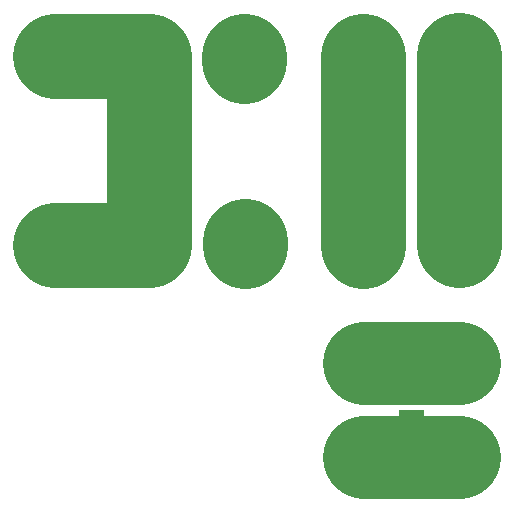
<source format=gbs>
%TF.GenerationSoftware,KiCad,Pcbnew,4.0.5-e0-6337~49~ubuntu16.04.1*%
%TF.CreationDate,2017-02-09T10:09:38-08:00*%
%TF.ProjectId,LegoLED-SMTButton-Battery,4C65676F4C45442D534D54427574746F,1.0*%
%TF.FileFunction,Soldermask,Bot*%
%FSLAX46Y46*%
G04 Gerber Fmt 4.6, Leading zero omitted, Abs format (unit mm)*
G04 Created by KiCad (PCBNEW 4.0.5-e0-6337~49~ubuntu16.04.1) date Thu Feb  9 10:09:38 2017*
%MOMM*%
%LPD*%
G01*
G04 APERTURE LIST*
%ADD10C,0.350000*%
%ADD11C,7.000000*%
%ADD12C,7.200000*%
G04 APERTURE END LIST*
D10*
D11*
X182990000Y-109910000D02*
X190990000Y-109910000D01*
X182990000Y-101910000D02*
X190990000Y-101910000D01*
D12*
X190990000Y-75800000D02*
X190990000Y-91900000D01*
X182890000Y-75900000D02*
X182890000Y-92000000D01*
X164800000Y-75920000D02*
X156800000Y-75920000D01*
X164800000Y-91920000D02*
X164800000Y-75920000D01*
X156800000Y-91920000D02*
X164800000Y-91920000D01*
X172800000Y-75920000D02*
X172800000Y-76320000D01*
X172900000Y-92020000D02*
X172900000Y-91620000D01*
D10*
G36*
X183313110Y-106835847D02*
X183904055Y-106957151D01*
X184460198Y-107190932D01*
X184960334Y-107528278D01*
X185385421Y-107956343D01*
X185719266Y-108458821D01*
X185949156Y-109016576D01*
X186066264Y-109608014D01*
X186066264Y-109608024D01*
X186066331Y-109608363D01*
X186056710Y-110297416D01*
X186056633Y-110297754D01*
X186056633Y-110297762D01*
X185923057Y-110885701D01*
X185677685Y-111436816D01*
X185329937Y-111929778D01*
X184893062Y-112345809D01*
X184383700Y-112669061D01*
X183821254Y-112887219D01*
X183227147Y-112991976D01*
X182624003Y-112979342D01*
X182034800Y-112849797D01*
X181481982Y-112608277D01*
X180986607Y-112263982D01*
X180567537Y-111830023D01*
X180240738Y-111322930D01*
X180018656Y-110762014D01*
X179909755Y-110168658D01*
X179918177Y-109565441D01*
X180043606Y-108975347D01*
X180281259Y-108420858D01*
X180622091Y-107923088D01*
X181053112Y-107501000D01*
X181557913Y-107170668D01*
X182117259Y-106944677D01*
X182709845Y-106831636D01*
X183313110Y-106835847D01*
X183313110Y-106835847D01*
G37*
G36*
X191313110Y-106835847D02*
X191904055Y-106957151D01*
X192460198Y-107190932D01*
X192960334Y-107528278D01*
X193385421Y-107956343D01*
X193719266Y-108458821D01*
X193949156Y-109016576D01*
X194066264Y-109608014D01*
X194066264Y-109608024D01*
X194066331Y-109608363D01*
X194056710Y-110297416D01*
X194056633Y-110297754D01*
X194056633Y-110297762D01*
X193923057Y-110885701D01*
X193677685Y-111436816D01*
X193329937Y-111929778D01*
X192893062Y-112345809D01*
X192383700Y-112669061D01*
X191821254Y-112887219D01*
X191227147Y-112991976D01*
X190624003Y-112979342D01*
X190034800Y-112849797D01*
X189481982Y-112608277D01*
X188986607Y-112263982D01*
X188567537Y-111830023D01*
X188240738Y-111322930D01*
X188018656Y-110762014D01*
X187909755Y-110168658D01*
X187918177Y-109565441D01*
X188043606Y-108975347D01*
X188281259Y-108420858D01*
X188622091Y-107923088D01*
X189053112Y-107501000D01*
X189557913Y-107170668D01*
X190117259Y-106944677D01*
X190709845Y-106831636D01*
X191313110Y-106835847D01*
X191313110Y-106835847D01*
G37*
G36*
X188066200Y-107936200D02*
X185913800Y-107936200D01*
X185913800Y-105883800D01*
X188066200Y-105883800D01*
X188066200Y-107936200D01*
X188066200Y-107936200D01*
G37*
G36*
X187097790Y-103344481D02*
X187294921Y-103384947D01*
X187480451Y-103462937D01*
X187647292Y-103575473D01*
X187789098Y-103718272D01*
X187900466Y-103885895D01*
X187977156Y-104071958D01*
X188016176Y-104269027D01*
X188016176Y-104269032D01*
X188016244Y-104269376D01*
X188013034Y-104499239D01*
X188012957Y-104499577D01*
X188012957Y-104499586D01*
X187968449Y-104695490D01*
X187886596Y-104879335D01*
X187770588Y-105043786D01*
X187624850Y-105182571D01*
X187454931Y-105290405D01*
X187267299Y-105363182D01*
X187069112Y-105398128D01*
X186867905Y-105393913D01*
X186671351Y-105350699D01*
X186486933Y-105270128D01*
X186321682Y-105155275D01*
X186181882Y-105010509D01*
X186072864Y-104841345D01*
X185998777Y-104654224D01*
X185962449Y-104456288D01*
X185965258Y-104255058D01*
X186007102Y-104058205D01*
X186086380Y-103873232D01*
X186200080Y-103707178D01*
X186343865Y-103566373D01*
X186512265Y-103456176D01*
X186698860Y-103380786D01*
X186896540Y-103343077D01*
X187097790Y-103344481D01*
X187097790Y-103344481D01*
G37*
G36*
X191313110Y-98835847D02*
X191904055Y-98957151D01*
X192460198Y-99190932D01*
X192960334Y-99528278D01*
X193385421Y-99956343D01*
X193719266Y-100458821D01*
X193949156Y-101016576D01*
X194066264Y-101608014D01*
X194066264Y-101608024D01*
X194066331Y-101608363D01*
X194056710Y-102297416D01*
X194056633Y-102297754D01*
X194056633Y-102297762D01*
X193923057Y-102885701D01*
X193677685Y-103436816D01*
X193329937Y-103929778D01*
X192893062Y-104345809D01*
X192383700Y-104669061D01*
X191821254Y-104887219D01*
X191227147Y-104991976D01*
X190624003Y-104979342D01*
X190034800Y-104849797D01*
X189481982Y-104608277D01*
X188986607Y-104263982D01*
X188567537Y-103830023D01*
X188240738Y-103322930D01*
X188018656Y-102762014D01*
X187909755Y-102168658D01*
X187918177Y-101565441D01*
X188043606Y-100975347D01*
X188281259Y-100420858D01*
X188622091Y-99923088D01*
X189053112Y-99501000D01*
X189557913Y-99170668D01*
X190117259Y-98944677D01*
X190709845Y-98831636D01*
X191313110Y-98835847D01*
X191313110Y-98835847D01*
G37*
G36*
X183313110Y-98835847D02*
X183904055Y-98957151D01*
X184460198Y-99190932D01*
X184960334Y-99528278D01*
X185385421Y-99956343D01*
X185719266Y-100458821D01*
X185949156Y-101016576D01*
X186066264Y-101608014D01*
X186066264Y-101608024D01*
X186066331Y-101608363D01*
X186056710Y-102297416D01*
X186056633Y-102297754D01*
X186056633Y-102297762D01*
X185923057Y-102885701D01*
X185677685Y-103436816D01*
X185329937Y-103929778D01*
X184893062Y-104345809D01*
X184383700Y-104669061D01*
X183821254Y-104887219D01*
X183227147Y-104991976D01*
X182624003Y-104979342D01*
X182034800Y-104849797D01*
X181481982Y-104608277D01*
X180986607Y-104263982D01*
X180567537Y-103830023D01*
X180240738Y-103322930D01*
X180018656Y-102762014D01*
X179909755Y-102168658D01*
X179918177Y-101565441D01*
X180043606Y-100975347D01*
X180281259Y-100420858D01*
X180622091Y-99923088D01*
X181053112Y-99501000D01*
X181557913Y-99170668D01*
X182117259Y-98944677D01*
X182709845Y-98831636D01*
X183313110Y-98835847D01*
X183313110Y-98835847D01*
G37*
G36*
X157123110Y-88845847D02*
X157714055Y-88967151D01*
X158270198Y-89200932D01*
X158770334Y-89538278D01*
X159195421Y-89966343D01*
X159529266Y-90468821D01*
X159759156Y-91026576D01*
X159876264Y-91618014D01*
X159876264Y-91618024D01*
X159876331Y-91618363D01*
X159866710Y-92307416D01*
X159866633Y-92307754D01*
X159866633Y-92307762D01*
X159733057Y-92895701D01*
X159487685Y-93446816D01*
X159139937Y-93939778D01*
X158703062Y-94355809D01*
X158193700Y-94679061D01*
X157631254Y-94897219D01*
X157037147Y-95001976D01*
X156434003Y-94989342D01*
X155844800Y-94859797D01*
X155291982Y-94618277D01*
X154796607Y-94273982D01*
X154377537Y-93840023D01*
X154050738Y-93332930D01*
X153828656Y-92772014D01*
X153719755Y-92178658D01*
X153728177Y-91575441D01*
X153853606Y-90985347D01*
X154091259Y-90430858D01*
X154432091Y-89933088D01*
X154863112Y-89511000D01*
X155367913Y-89180668D01*
X155927259Y-88954677D01*
X156519845Y-88841636D01*
X157123110Y-88845847D01*
X157123110Y-88845847D01*
G37*
G36*
X173123110Y-88845847D02*
X173714055Y-88967151D01*
X174270198Y-89200932D01*
X174770334Y-89538278D01*
X175195421Y-89966343D01*
X175529266Y-90468821D01*
X175759156Y-91026576D01*
X175876264Y-91618014D01*
X175876264Y-91618024D01*
X175876331Y-91618363D01*
X175866710Y-92307416D01*
X175866633Y-92307754D01*
X175866633Y-92307762D01*
X175733057Y-92895701D01*
X175487685Y-93446816D01*
X175139937Y-93939778D01*
X174703062Y-94355809D01*
X174193700Y-94679061D01*
X173631254Y-94897219D01*
X173037147Y-95001976D01*
X172434003Y-94989342D01*
X171844800Y-94859797D01*
X171291982Y-94618277D01*
X170796607Y-94273982D01*
X170377537Y-93840023D01*
X170050738Y-93332930D01*
X169828656Y-92772014D01*
X169719755Y-92178658D01*
X169728177Y-91575441D01*
X169853606Y-90985347D01*
X170091259Y-90430858D01*
X170432091Y-89933088D01*
X170863112Y-89511000D01*
X171367913Y-89180668D01*
X171927259Y-88954677D01*
X172519845Y-88841636D01*
X173123110Y-88845847D01*
X173123110Y-88845847D01*
G37*
G36*
X191313110Y-88825847D02*
X191904055Y-88947151D01*
X192460198Y-89180932D01*
X192960334Y-89518278D01*
X193385421Y-89946343D01*
X193719266Y-90448821D01*
X193949156Y-91006576D01*
X194066264Y-91598014D01*
X194066264Y-91598024D01*
X194066331Y-91598363D01*
X194056710Y-92287416D01*
X194056633Y-92287754D01*
X194056633Y-92287762D01*
X193923057Y-92875701D01*
X193677685Y-93426816D01*
X193329937Y-93919778D01*
X192893062Y-94335809D01*
X192383700Y-94659061D01*
X191821254Y-94877219D01*
X191227147Y-94981976D01*
X190624003Y-94969342D01*
X190034800Y-94839797D01*
X189481982Y-94598277D01*
X188986607Y-94253982D01*
X188567537Y-93820023D01*
X188240738Y-93312930D01*
X188018656Y-92752014D01*
X187909755Y-92158658D01*
X187918177Y-91555441D01*
X188043606Y-90965347D01*
X188281259Y-90410858D01*
X188622091Y-89913088D01*
X189053112Y-89491000D01*
X189557913Y-89160668D01*
X190117259Y-88934677D01*
X190709845Y-88821636D01*
X191313110Y-88825847D01*
X191313110Y-88825847D01*
G37*
G36*
X183313110Y-88825847D02*
X183904055Y-88947151D01*
X184460198Y-89180932D01*
X184960334Y-89518278D01*
X185385421Y-89946343D01*
X185719266Y-90448821D01*
X185949156Y-91006576D01*
X186066264Y-91598014D01*
X186066264Y-91598024D01*
X186066331Y-91598363D01*
X186056710Y-92287416D01*
X186056633Y-92287754D01*
X186056633Y-92287762D01*
X185923057Y-92875701D01*
X185677685Y-93426816D01*
X185329937Y-93919778D01*
X184893062Y-94335809D01*
X184383700Y-94659061D01*
X183821254Y-94877219D01*
X183227147Y-94981976D01*
X182624003Y-94969342D01*
X182034800Y-94839797D01*
X181481982Y-94598277D01*
X180986607Y-94253982D01*
X180567537Y-93820023D01*
X180240738Y-93312930D01*
X180018656Y-92752014D01*
X179909755Y-92158658D01*
X179918177Y-91555441D01*
X180043606Y-90965347D01*
X180281259Y-90410858D01*
X180622091Y-89913088D01*
X181053112Y-89491000D01*
X181557913Y-89160668D01*
X182117259Y-88934677D01*
X182709845Y-88821636D01*
X183313110Y-88825847D01*
X183313110Y-88825847D01*
G37*
G36*
X165069543Y-89355507D02*
X165562515Y-89456700D01*
X166026456Y-89651723D01*
X166443675Y-89933141D01*
X166798288Y-90290237D01*
X167076785Y-90709410D01*
X167268562Y-91174695D01*
X167366243Y-91668022D01*
X167366243Y-91668032D01*
X167366310Y-91668371D01*
X167358284Y-92243186D01*
X167358207Y-92243524D01*
X167358207Y-92243533D01*
X167246789Y-92733942D01*
X167042098Y-93193687D01*
X166752002Y-93604922D01*
X166387556Y-93951980D01*
X165962642Y-94221639D01*
X165493440Y-94403630D01*
X164997831Y-94491020D01*
X164494681Y-94480480D01*
X164003161Y-94372412D01*
X163541994Y-94170933D01*
X163128747Y-93883719D01*
X162779154Y-93521705D01*
X162506535Y-93098682D01*
X162321271Y-92630759D01*
X162230425Y-92135776D01*
X162237450Y-91632565D01*
X162342085Y-91140302D01*
X162540338Y-90677741D01*
X162824663Y-90262495D01*
X163184226Y-89910385D01*
X163605337Y-89634818D01*
X164071950Y-89446294D01*
X164566291Y-89351994D01*
X165069543Y-89355507D01*
X165069543Y-89355507D01*
G37*
G36*
X191313110Y-80825847D02*
X191904055Y-80947151D01*
X192460198Y-81180932D01*
X192960334Y-81518278D01*
X193385421Y-81946343D01*
X193719266Y-82448821D01*
X193949156Y-83006576D01*
X194066264Y-83598014D01*
X194066264Y-83598024D01*
X194066331Y-83598363D01*
X194056710Y-84287416D01*
X194056633Y-84287754D01*
X194056633Y-84287762D01*
X193923057Y-84875701D01*
X193677685Y-85426816D01*
X193329937Y-85919778D01*
X192893062Y-86335809D01*
X192383700Y-86659061D01*
X191821254Y-86877219D01*
X191227147Y-86981976D01*
X190624003Y-86969342D01*
X190034800Y-86839797D01*
X189481982Y-86598277D01*
X188986607Y-86253982D01*
X188567537Y-85820023D01*
X188240738Y-85312930D01*
X188018656Y-84752014D01*
X187909755Y-84158658D01*
X187918177Y-83555441D01*
X188043606Y-82965347D01*
X188281259Y-82410858D01*
X188622091Y-81913088D01*
X189053112Y-81491000D01*
X189557913Y-81160668D01*
X190117259Y-80934677D01*
X190709845Y-80821636D01*
X191313110Y-80825847D01*
X191313110Y-80825847D01*
G37*
G36*
X183313110Y-80825847D02*
X183904055Y-80947151D01*
X184460198Y-81180932D01*
X184960334Y-81518278D01*
X185385421Y-81946343D01*
X185719266Y-82448821D01*
X185949156Y-83006576D01*
X186066264Y-83598014D01*
X186066264Y-83598024D01*
X186066331Y-83598363D01*
X186056710Y-84287416D01*
X186056633Y-84287754D01*
X186056633Y-84287762D01*
X185923057Y-84875701D01*
X185677685Y-85426816D01*
X185329937Y-85919778D01*
X184893062Y-86335809D01*
X184383700Y-86659061D01*
X183821254Y-86877219D01*
X183227147Y-86981976D01*
X182624003Y-86969342D01*
X182034800Y-86839797D01*
X181481982Y-86598277D01*
X180986607Y-86253982D01*
X180567537Y-85820023D01*
X180240738Y-85312930D01*
X180018656Y-84752014D01*
X179909755Y-84158658D01*
X179918177Y-83555441D01*
X180043606Y-82965347D01*
X180281259Y-82410858D01*
X180622091Y-81913088D01*
X181053112Y-81491000D01*
X181557913Y-81160668D01*
X182117259Y-80934677D01*
X182709845Y-80821636D01*
X183313110Y-80825847D01*
X183313110Y-80825847D01*
G37*
G36*
X165069543Y-81355507D02*
X165562515Y-81456700D01*
X166026456Y-81651723D01*
X166443675Y-81933141D01*
X166798288Y-82290237D01*
X167076785Y-82709410D01*
X167268562Y-83174695D01*
X167366243Y-83668022D01*
X167366243Y-83668032D01*
X167366310Y-83668371D01*
X167358284Y-84243186D01*
X167358207Y-84243524D01*
X167358207Y-84243533D01*
X167246789Y-84733942D01*
X167042098Y-85193687D01*
X166752002Y-85604922D01*
X166387556Y-85951980D01*
X165962642Y-86221639D01*
X165493440Y-86403630D01*
X164997831Y-86491020D01*
X164494681Y-86480480D01*
X164003161Y-86372412D01*
X163541994Y-86170933D01*
X163128747Y-85883719D01*
X162779154Y-85521705D01*
X162506535Y-85098682D01*
X162321271Y-84630759D01*
X162230425Y-84135776D01*
X162237450Y-83632565D01*
X162342085Y-83140302D01*
X162540338Y-82677741D01*
X162824663Y-82262495D01*
X163184226Y-81910385D01*
X163605337Y-81634818D01*
X164071950Y-81446294D01*
X164566291Y-81351994D01*
X165069543Y-81355507D01*
X165069543Y-81355507D01*
G37*
G36*
X157123110Y-72845847D02*
X157714055Y-72967151D01*
X158270198Y-73200932D01*
X158770334Y-73538278D01*
X159195421Y-73966343D01*
X159529266Y-74468821D01*
X159759156Y-75026576D01*
X159876264Y-75618014D01*
X159876264Y-75618024D01*
X159876331Y-75618363D01*
X159866710Y-76307416D01*
X159866633Y-76307754D01*
X159866633Y-76307762D01*
X159733057Y-76895701D01*
X159487685Y-77446816D01*
X159139937Y-77939778D01*
X158703062Y-78355809D01*
X158193700Y-78679061D01*
X157631254Y-78897219D01*
X157037147Y-79001976D01*
X156434003Y-78989342D01*
X155844800Y-78859797D01*
X155291982Y-78618277D01*
X154796607Y-78273982D01*
X154377537Y-77840023D01*
X154050738Y-77332930D01*
X153828656Y-76772014D01*
X153719755Y-76178658D01*
X153728177Y-75575441D01*
X153853606Y-74985347D01*
X154091259Y-74430858D01*
X154432091Y-73933088D01*
X154863112Y-73511000D01*
X155367913Y-73180668D01*
X155927259Y-72954677D01*
X156519845Y-72841636D01*
X157123110Y-72845847D01*
X157123110Y-72845847D01*
G37*
G36*
X173123110Y-72845847D02*
X173714055Y-72967151D01*
X174270198Y-73200932D01*
X174770334Y-73538278D01*
X175195421Y-73966343D01*
X175529266Y-74468821D01*
X175759156Y-75026576D01*
X175876264Y-75618014D01*
X175876264Y-75618024D01*
X175876331Y-75618363D01*
X175866710Y-76307416D01*
X175866633Y-76307754D01*
X175866633Y-76307762D01*
X175733057Y-76895701D01*
X175487685Y-77446816D01*
X175139937Y-77939778D01*
X174703062Y-78355809D01*
X174193700Y-78679061D01*
X173631254Y-78897219D01*
X173037147Y-79001976D01*
X172434003Y-78989342D01*
X171844800Y-78859797D01*
X171291982Y-78618277D01*
X170796607Y-78273982D01*
X170377537Y-77840023D01*
X170050738Y-77332930D01*
X169828656Y-76772014D01*
X169719755Y-76178658D01*
X169728177Y-75575441D01*
X169853606Y-74985347D01*
X170091259Y-74430858D01*
X170432091Y-73933088D01*
X170863112Y-73511000D01*
X171367913Y-73180668D01*
X171927259Y-72954677D01*
X172519845Y-72841636D01*
X173123110Y-72845847D01*
X173123110Y-72845847D01*
G37*
G36*
X183313110Y-72825847D02*
X183904055Y-72947151D01*
X184460198Y-73180932D01*
X184960334Y-73518278D01*
X185385421Y-73946343D01*
X185719266Y-74448821D01*
X185949156Y-75006576D01*
X186066264Y-75598014D01*
X186066264Y-75598024D01*
X186066331Y-75598363D01*
X186056710Y-76287416D01*
X186056633Y-76287754D01*
X186056633Y-76287762D01*
X185923057Y-76875701D01*
X185677685Y-77426816D01*
X185329937Y-77919778D01*
X184893062Y-78335809D01*
X184383700Y-78659061D01*
X183821254Y-78877219D01*
X183227147Y-78981976D01*
X182624003Y-78969342D01*
X182034800Y-78839797D01*
X181481982Y-78598277D01*
X180986607Y-78253982D01*
X180567537Y-77820023D01*
X180240738Y-77312930D01*
X180018656Y-76752014D01*
X179909755Y-76158658D01*
X179918177Y-75555441D01*
X180043606Y-74965347D01*
X180281259Y-74410858D01*
X180622091Y-73913088D01*
X181053112Y-73491000D01*
X181557913Y-73160668D01*
X182117259Y-72934677D01*
X182709845Y-72821636D01*
X183313110Y-72825847D01*
X183313110Y-72825847D01*
G37*
G36*
X191313110Y-72825847D02*
X191904055Y-72947151D01*
X192460198Y-73180932D01*
X192960334Y-73518278D01*
X193385421Y-73946343D01*
X193719266Y-74448821D01*
X193949156Y-75006576D01*
X194066264Y-75598014D01*
X194066264Y-75598024D01*
X194066331Y-75598363D01*
X194056710Y-76287416D01*
X194056633Y-76287754D01*
X194056633Y-76287762D01*
X193923057Y-76875701D01*
X193677685Y-77426816D01*
X193329937Y-77919778D01*
X192893062Y-78335809D01*
X192383700Y-78659061D01*
X191821254Y-78877219D01*
X191227147Y-78981976D01*
X190624003Y-78969342D01*
X190034800Y-78839797D01*
X189481982Y-78598277D01*
X188986607Y-78253982D01*
X188567537Y-77820023D01*
X188240738Y-77312930D01*
X188018656Y-76752014D01*
X187909755Y-76158658D01*
X187918177Y-75555441D01*
X188043606Y-74965347D01*
X188281259Y-74410858D01*
X188622091Y-73913088D01*
X189053112Y-73491000D01*
X189557913Y-73160668D01*
X190117259Y-72934677D01*
X190709845Y-72821636D01*
X191313110Y-72825847D01*
X191313110Y-72825847D01*
G37*
G36*
X165069543Y-73355507D02*
X165562515Y-73456700D01*
X166026456Y-73651723D01*
X166443675Y-73933141D01*
X166798288Y-74290237D01*
X167076785Y-74709410D01*
X167268562Y-75174695D01*
X167366243Y-75668022D01*
X167366243Y-75668032D01*
X167366310Y-75668371D01*
X167358284Y-76243186D01*
X167358207Y-76243524D01*
X167358207Y-76243533D01*
X167246789Y-76733942D01*
X167042098Y-77193687D01*
X166752002Y-77604922D01*
X166387556Y-77951980D01*
X165962642Y-78221639D01*
X165493440Y-78403630D01*
X164997831Y-78491020D01*
X164494681Y-78480480D01*
X164003161Y-78372412D01*
X163541994Y-78170933D01*
X163128747Y-77883719D01*
X162779154Y-77521705D01*
X162506535Y-77098682D01*
X162321271Y-76630759D01*
X162230425Y-76135776D01*
X162237450Y-75632565D01*
X162342085Y-75140302D01*
X162540338Y-74677741D01*
X162824663Y-74262495D01*
X163184226Y-73910385D01*
X163605337Y-73634818D01*
X164071950Y-73446294D01*
X164566291Y-73351994D01*
X165069543Y-73355507D01*
X165069543Y-73355507D01*
G37*
M02*

</source>
